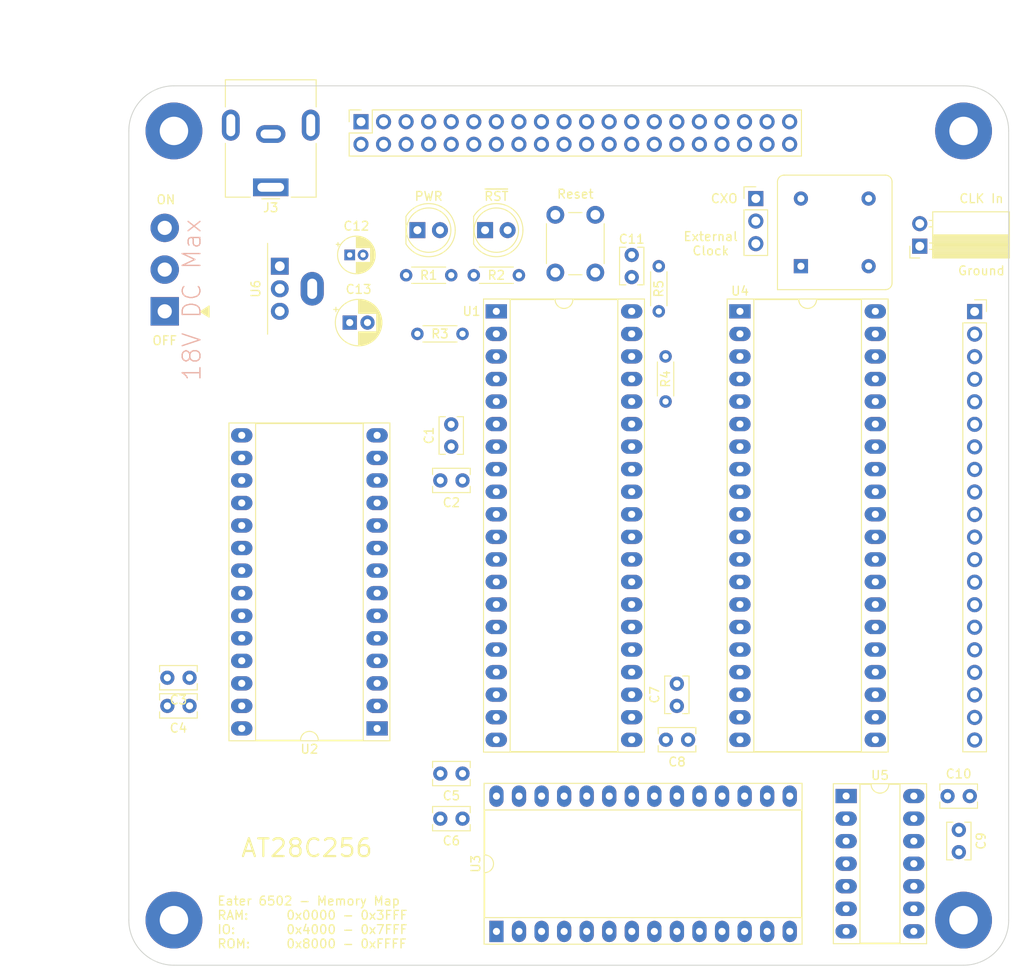
<source format=kicad_pcb>
(kicad_pcb (version 20211014) (generator pcbnew)
  (layers (0 "F.Cu" mixed) (31 "B.Cu" mixed) (34 "B.Paste" user) (35 "F.Paste" user) (36 "B.SilkS" user "B.Silkscreen") (37 "F.SilkS" user "F.Silkscreen") (38 "B.Mask" user) (39 "F.Mask" user) (44 "Edge.Cuts" user))
  (net 0 "")
  (net 1 "VCC")
  (net 2 "GND")
  (net 3 "/~{RST}")
  (net 4 "VDC")
  (net 5 "Net-(D1-Pad1)")
  (net 6 "Net-(D2-Pad1)")
  (net 7 "Net-(D2-Pad2)")
  (net 8 "/PA5")
  (net 9 "/PA6")
  (net 10 "/PA7")
  (net 11 "/PB0")
  (net 12 "/PB1")
  (net 13 "/PB2")
  (net 14 "/PB3")
  (net 15 "/PB4")
  (net 16 "/PB5")
  (net 17 "/PB6")
  (net 18 "/PB7")
  (net 19 "/EXT_CLK")
  (net 20 "/~{VP}")
  (net 21 "/~{RES}")
  (net 22 "/RDY")
  (net 23 "/CLK2")
  (net 24 "/~{CLK}")
  (net 25 "/~{SO}")
  (net 26 "/~{IRQ}")
  (net 27 "/CLK")
  (net 28 "/~{ML}")
  (net 29 "/BE")
  (net 30 "/~{NMI}")
  (net 31 "/NC")
  (net 32 "/SYNC")
  (net 33 "/R{slash}~{W}")
  (net 34 "/D0")
  (net 35 "/A0")
  (net 36 "/D1")
  (net 37 "/A1")
  (net 38 "/D2")
  (net 39 "/A2")
  (net 40 "/D3")
  (net 41 "/A3")
  (net 42 "/D4")
  (net 43 "/A4")
  (net 44 "/D5")
  (net 45 "/A5")
  (net 46 "/D6")
  (net 47 "/A6")
  (net 48 "/D7")
  (net 49 "/A7")
  (net 50 "/A15")
  (net 51 "/A8")
  (net 52 "/A14")
  (net 53 "/A9")
  (net 54 "/A13")
  (net 55 "/A10")
  (net 56 "/A12")
  (net 57 "/A11")
  (net 58 "Net-(J3-Pad1)")
  (net 59 "/PA0")
  (net 60 "/PA1")
  (net 61 "/PA2")
  (net 62 "/PA3")
  (net 63 "/PA4")
  (net 64 "/CXO")
  (net 67 "/ADDR_~{HI}")
  (net 68 "/RAM_~{EN}")
  (net 69 "/VIA_~{CS2}")
  (net 72 "/CA1")
  (net 73 "/CA2")
  (net 74 "/CB1")
  (net 75 "/CB2")
  (footprint "Capacitor_THT:C_Rect_L4.0mm_W2.5mm_P2.50mm" (layer "F.Cu") (at 173.99 104.14 180)
    (fp_text reference "C5" (at 1.25 -2.5 180) (layer "F.SilkS"))
    (fp_text value "1u")
    (pad "1" thru_hole circle (at 0 0 180) (size 1.6 1.6) (drill 0.8) (layers *.Cu *.Mask) (net 1 "VCC"))
    (pad "2" thru_hole circle (at 2.5 0 180) (size 1.6 1.6) (drill 0.8) (layers *.Cu *.Mask) (net 2 "GND"))
  )
  (footprint "Connector_PinHeader_2.54mm:PinHeader_1x03_P2.54mm_Vertical" (layer "F.Cu") (at 207.01 39.37)
    (fp_text reference "JP1" hide)
    (fp_text value "JMP_CLK")
    (pad "1" thru_hole rect (at 0 0) (size 1.7 1.7) (drill 1) (layers *.Cu *.Mask) (net 64 "/CXO"))
    (pad "2" thru_hole oval (at 0 2.54) (size 1.7 1.7) (drill 1) (layers *.Cu *.Mask) (net 27 "/CLK"))
    (pad "3" thru_hole oval (at 0 5.08) (size 1.7 1.7) (drill 1) (layers *.Cu *.Mask) (net 19 "/EXT_CLK"))
  )
  (footprint "MountingHole:MountingHole_3.2mm_M3_Pad" (layer "F.Cu") (at 141.5 31.75)
    (fp_text reference "H1" hide)
    (fp_text value "M3")
    (pad "1" thru_hole circle locked (at 0 0) (size 6.4 6.4) (drill 3.2) (layers *.Cu *.Mask) (net 2 "GND"))
  )
  (footprint "Package_DIP:DIP-40_W15.24mm_Socket_LongPads" (layer "F.Cu") (at 205.227 52.075)
    (fp_text reference "U4" (at 0.005 -2.291) (layer "F.SilkS"))
    (fp_text value "W65C22NxP")
    (pad "1" thru_hole rect (at 0 0) (size 2.4 1.6) (drill 0.8) (layers *.Cu *.Mask) (net 2 "GND"))
    (pad "2" thru_hole oval (at 0 2.54) (size 2.4 1.6) (drill 0.8) (layers *.Cu *.Mask) (net 59 "/PA0"))
    (pad "3" thru_hole oval (at 0 5.08) (size 2.4 1.6) (drill 0.8) (layers *.Cu *.Mask) (net 60 "/PA1"))
    (pad "4" thru_hole oval (at 0 7.62) (size 2.4 1.6) (drill 0.8) (layers *.Cu *.Mask) (net 61 "/PA2"))
    (pad "5" thru_hole oval (at 0 10.16) (size 2.4 1.6) (drill 0.8) (layers *.Cu *.Mask) (net 62 "/PA3"))
    (pad "6" thru_hole oval (at 0 12.7) (size 2.4 1.6) (drill 0.8) (layers *.Cu *.Mask) (net 63 "/PA4"))
    (pad "7" thru_hole oval (at 0 15.24) (size 2.4 1.6) (drill 0.8) (layers *.Cu *.Mask) (net 8 "/PA5"))
    (pad "8" thru_hole oval (at 0 17.78) (size 2.4 1.6) (drill 0.8) (layers *.Cu *.Mask) (net 9 "/PA6"))
    (pad "9" thru_hole oval (at 0 20.32) (size 2.4 1.6) (drill 0.8) (layers *.Cu *.Mask) (net 10 "/PA7"))
    (pad "10" thru_hole oval (at 0 22.86) (size 2.4 1.6) (drill 0.8) (layers *.Cu *.Mask) (net 11 "/PB0"))
    (pad "11" thru_hole oval (at 0 25.4) (size 2.4 1.6) (drill 0.8) (layers *.Cu *.Mask) (net 12 "/PB1"))
    (pad "12" thru_hole oval (at 0 27.94) (size 2.4 1.6) (drill 0.8) (layers *.Cu *.Mask) (net 13 "/PB2"))
    (pad "13" thru_hole oval (at 0 30.48) (size 2.4 1.6) (drill 0.8) (layers *.Cu *.Mask) (net 14 "/PB3"))
    (pad "14" thru_hole oval (at 0 33.02) (size 2.4 1.6) (drill 0.8) (layers *.Cu *.Mask) (net 15 "/PB4"))
    (pad "15" thru_hole oval (at 0 35.56) (size 2.4 1.6) (drill 0.8) (layers *.Cu *.Mask) (net 16 "/PB5"))
    (pad "16" thru_hole oval (at 0 38.1) (size 2.4 1.6) (drill 0.8) (layers *.Cu *.Mask) (net 17 "/PB6"))
    (pad "17" thru_hole oval (at 0 40.64) (size 2.4 1.6) (drill 0.8) (layers *.Cu *.Mask) (net 18 "/PB7"))
    (pad "18" thru_hole oval (at 0 43.18) (size 2.4 1.6) (drill 0.8) (layers *.Cu *.Mask) (net 74 "/CB1"))
    (pad "19" thru_hole oval (at 0 45.72) (size 2.4 1.6) (drill 0.8) (layers *.Cu *.Mask) (net 75 "/CB2"))
    (pad "20" thru_hole oval (at 0 48.26) (size 2.4 1.6) (drill 0.8) (layers *.Cu *.Mask) (net 1 "VCC"))
    (pad "21" thru_hole oval (at 15.24 48.26) (size 2.4 1.6) (drill 0.8) (layers *.Cu *.Mask) (net 26 "/~{IRQ}"))
    (pad "22" thru_hole oval (at 15.24 45.72) (size 2.4 1.6) (drill 0.8) (layers *.Cu *.Mask) (net 33 "/R{slash}~{W}"))
    (pad "23" thru_hole oval (at 15.24 43.18) (size 2.4 1.6) (drill 0.8) (layers *.Cu *.Mask) (net 69 "/VIA_~{CS2}"))
    (pad "24" thru_hole oval (at 15.24 40.64) (size 2.4 1.6) (drill 0.8) (layers *.Cu *.Mask) (net 54 "/A13"))
    (pad "25" thru_hole oval (at 15.24 38.1) (size 2.4 1.6) (drill 0.8) (layers *.Cu *.Mask) (net 27 "/CLK"))
    (pad "26" thru_hole oval (at 15.24 35.56) (size 2.4 1.6) (drill 0.8) (layers *.Cu *.Mask) (net 48 "/D7"))
    (pad "27" thru_hole oval (at 15.24 33.02) (size 2.4 1.6) (drill 0.8) (layers *.Cu *.Mask) (net 46 "/D6"))
    (pad "28" thru_hole oval (at 15.24 30.48) (size 2.4 1.6) (drill 0.8) (layers *.Cu *.Mask) (net 44 "/D5"))
    (pad "29" thru_hole oval (at 15.24 27.94) (size 2.4 1.6) (drill 0.8) (layers *.Cu *.Mask) (net 42 "/D4"))
    (pad "30" thru_hole oval (at 15.24 25.4) (size 2.4 1.6) (drill 0.8) (layers *.Cu *.Mask) (net 40 "/D3"))
    (pad "31" thru_hole oval (at 15.24 22.86) (size 2.4 1.6) (drill 0.8) (layers *.Cu *.Mask) (net 38 "/D2"))
    (pad "32" thru_hole oval (at 15.24 20.32) (size 2.4 1.6) (drill 0.8) (layers *.Cu *.Mask) (net 36 "/D1"))
    (pad "33" thru_hole oval (at 15.24 17.78) (size 2.4 1.6) (drill 0.8) (layers *.Cu *.Mask) (net 34 "/D0"))
    (pad "34" thru_hole oval (at 15.24 15.24) (size 2.4 1.6) (drill 0.8) (layers *.Cu *.Mask) (net 21 "/~{RES}"))
    (pad "35" thru_hole oval (at 15.24 12.7) (size 2.4 1.6) (drill 0.8) (layers *.Cu *.Mask) (net 41 "/A3"))
    (pad "36" thru_hole oval (at 15.24 10.16) (size 2.4 1.6) (drill 0.8) (layers *.Cu *.Mask) (net 39 "/A2"))
    (pad "37" thru_hole oval (at 15.24 7.62) (size 2.4 1.6) (drill 0.8) (layers *.Cu *.Mask) (net 37 "/A1"))
    (pad "38" thru_hole oval (at 15.24 5.08) (size 2.4 1.6) (drill 0.8) (layers *.Cu *.Mask) (net 35 "/A0"))
    (pad "39" thru_hole oval (at 15.24 2.54) (size 2.4 1.6) (drill 0.8) (layers *.Cu *.Mask) (net 73 "/CA2"))
    (pad "40" thru_hole oval (at 15.24 0) (size 2.4 1.6) (drill 0.8) (layers *.Cu *.Mask) (net 72 "/CA1"))
  )
  (footprint "Capacitor_THT:C_Rect_L4.0mm_W2.5mm_P2.50mm" (layer "F.Cu") (at 143.256 96.52 180)
    (fp_text reference "C4" (at 1.25 -2.5) (layer "F.SilkS"))
    (fp_text value "100n")
    (pad "1" thru_hole circle (at 0 0 180) (size 1.6 1.6) (drill 0.8) (layers *.Cu *.Mask) (net 1 "VCC"))
    (pad "2" thru_hole circle (at 2.5 0 180) (size 1.6 1.6) (drill 0.8) (layers *.Cu *.Mask) (net 2 "GND"))
  )
  (footprint "Capacitor_THT:CP_Radial_D4.0mm_P1.50mm" (layer "F.Cu") (at 161.29 45.72)
    (fp_text reference "C12" (at 0.75 -3.25) (layer "F.SilkS"))
    (fp_text value "0u33")
    (pad "1" thru_hole rect (at 0 0) (size 1.2 1.2) (drill 0.6) (layers *.Cu *.Mask) (net 4 "VDC"))
    (pad "2" thru_hole circle (at 1.5 0) (size 1.2 1.2) (drill 0.6) (layers *.Cu *.Mask) (net 2 "GND"))
  )
  (footprint "Resistor_THT:R_Axial_DIN0204_L3.6mm_D1.6mm_P5.08mm_Horizontal" (layer "F.Cu") (at 167.64 48.006)
    (fp_text reference "R1" (at 2.54 0) (layer "F.SilkS"))
    (fp_text value "470")
    (pad "1" thru_hole circle (at 0 0) (size 1.4 1.4) (drill 0.7) (layers *.Cu *.Mask) (net 5 "Net-(D1-Pad1)"))
    (pad "2" thru_hole oval (at 5.08 0) (size 1.4 1.4) (drill 0.7) (layers *.Cu *.Mask) (net 2 "GND"))
  )
  (footprint "Capacitor_THT:C_Rect_L4.0mm_W2.5mm_P2.50mm" (layer "F.Cu") (at 198.12 96.52 90)
    (fp_text reference "C7" (at 1.25 -2.5 90) (layer "F.SilkS"))
    (fp_text value "1u")
    (pad "1" thru_hole circle (at 0 0 90) (size 1.6 1.6) (drill 0.8) (layers *.Cu *.Mask) (net 1 "VCC"))
    (pad "2" thru_hole circle (at 2.5 0 90) (size 1.6 1.6) (drill 0.8) (layers *.Cu *.Mask) (net 2 "GND"))
  )
  (footprint "Package_TO_SOT_THT:TO-220-3_Vertical" (layer "F.Cu") (at 153.416 46.99 -90)
    (fp_text reference "U6" (at 2.54 2.699 90) (layer "F.SilkS"))
    (fp_text value "MC7805")
    (pad "1" thru_hole rect (at 0 0 270) (size 1.905 2) (drill 1.1) (layers *.Cu *.Mask) (net 4 "VDC"))
    (pad "2" thru_hole oval (at 2.54 0 270) (size 1.905 2) (drill 1.1) (layers *.Cu *.Mask) (net 2 "GND"))
    (pad "3" thru_hole oval (at 5.08 0 270) (size 1.905 2) (drill 1.1) (layers *.Cu *.Mask) (net 1 "VCC"))
  )
  (footprint "Package_DIP:DIP-40_W15.24mm_Socket_LongPads" (layer "F.Cu") (at 177.795 52.075)
    (fp_text reference "U1" (at -2.789 -0.005) (layer "F.SilkS"))
    (fp_text value "W65C02SxP")
    (pad "1" thru_hole rect (at 0 0) (size 2.4 1.6) (drill 0.8) (layers *.Cu *.Mask) (net 20 "/~{VP}"))
    (pad "2" thru_hole oval (at 0 2.54) (size 2.4 1.6) (drill 0.8) (layers *.Cu *.Mask) (net 22 "/RDY"))
    (pad "3" thru_hole oval (at 0 5.08) (size 2.4 1.6) (drill 0.8) (layers *.Cu *.Mask) (net 24 "/~{CLK}"))
    (pad "4" thru_hole oval (at 0 7.62) (size 2.4 1.6) (drill 0.8) (layers *.Cu *.Mask) (net 26 "/~{IRQ}"))
    (pad "5" thru_hole oval (at 0 10.16) (size 2.4 1.6) (drill 0.8) (layers *.Cu *.Mask) (net 28 "/~{ML}"))
    (pad "6" thru_hole oval (at 0 12.7) (size 2.4 1.6) (drill 0.8) (layers *.Cu *.Mask) (net 30 "/~{NMI}"))
    (pad "7" thru_hole oval (at 0 15.24) (size 2.4 1.6) (drill 0.8) (layers *.Cu *.Mask) (net 32 "/SYNC"))
    (pad "8" thru_hole oval (at 0 17.78) (size 2.4 1.6) (drill 0.8) (layers *.Cu *.Mask) (net 1 "VCC"))
    (pad "9" thru_hole oval (at 0 20.32) (size 2.4 1.6) (drill 0.8) (layers *.Cu *.Mask) (net 35 "/A0"))
    (pad "10" thru_hole oval (at 0 22.86) (size 2.4 1.6) (drill 0.8) (layers *.Cu *.Mask) (net 37 "/A1"))
    (pad "11" thru_hole oval (at 0 25.4) (size 2.4 1.6) (drill 0.8) (layers *.Cu *.Mask) (net 39 "/A2"))
    (pad "12" thru_hole oval (at 0 27.94) (size 2.4 1.6) (drill 0.8) (layers *.Cu *.Mask) (net 41 "/A3"))
    (pad "13" thru_hole oval (at 0 30.48) (size 2.4 1.6) (drill 0.8) (layers *.Cu *.Mask) (net 43 "/A4"))
    (pad "14" thru_hole oval (at 0 33.02) (size 2.4 1.6) (drill 0.8) (layers *.Cu *.Mask) (net 45 "/A5"))
    (pad "15" thru_hole oval (at 0 35.56) (size 2.4 1.6) (drill 0.8) (layers *.Cu *.Mask) (net 47 "/A6"))
    (pad "16" thru_hole oval (at 0 38.1) (size 2.4 1.6) (drill 0.8) (layers *.Cu *.Mask) (net 49 "/A7"))
    (pad "17" thru_hole oval (at 0 40.64) (size 2.4 1.6) (drill 0.8) (layers *.Cu *.Mask) (net 51 "/A8"))
    (pad "18" thru_hole oval (at 0 43.18) (size 2.4 1.6) (drill 0.8) (layers *.Cu *.Mask) (net 53 "/A9"))
    (pad "19" thru_hole oval (at 0 45.72) (size 2.4 1.6) (drill 0.8) (layers *.Cu *.Mask) (net 55 "/A10"))
    (pad "20" thru_hole oval (at 0 48.26) (size 2.4 1.6) (drill 0.8) (layers *.Cu *.Mask) (net 57 "/A11"))
    (pad "21" thru_hole oval (at 15.24 48.26) (size 2.4 1.6) (drill 0.8) (layers *.Cu *.Mask) (net 2 "GND"))
    (pad "22" thru_hole oval (at 15.24 45.72) (size 2.4 1.6) (drill 0.8) (layers *.Cu *.Mask) (net 56 "/A12"))
    (pad "23" thru_hole oval (at 15.24 43.18) (size 2.4 1.6) (drill 0.8) (layers *.Cu *.Mask) (net 54 "/A13"))
    (pad "24" thru_hole oval (at 15.24 40.64) (size 2.4 1.6) (drill 0.8) (layers *.Cu *.Mask) (net 52 "/A14"))
    (pad "25" thru_hole oval (at 15.24 38.1) (size 2.4 1.6) (drill 0.8) (layers *.Cu *.Mask) (net 50 "/A15"))
    (pad "26" thru_hole oval (at 15.24 35.56) (size 2.4 1.6) (drill 0.8) (layers *.Cu *.Mask) (net 48 "/D7"))
    (pad "27" thru_hole oval (at 15.24 33.02) (size 2.4 1.6) (drill 0.8) (layers *.Cu *.Mask) (net 46 "/D6"))
    (pad "28" thru_hole oval (at 15.24 30.48) (size 2.4 1.6) (drill 0.8) (layers *.Cu *.Mask) (net 44 "/D5"))
    (pad "29" thru_hole oval (at 15.24 27.94) (size 2.4 1.6) (drill 0.8) (layers *.Cu *.Mask) (net 42 "/D4"))
    (pad "30" thru_hole oval (at 15.24 25.4) (size 2.4 1.6) (drill 0.8) (layers *.Cu *.Mask) (net 40 "/D3"))
    (pad "31" thru_hole oval (at 15.24 22.86) (size 2.4 1.6) (drill 0.8) (layers *.Cu *.Mask) (net 38 "/D2"))
    (pad "32" thru_hole oval (at 15.24 20.32) (size 2.4 1.6) (drill 0.8) (layers *.Cu *.Mask) (net 36 "/D1"))
    (pad "33" thru_hole oval (at 15.24 17.78) (size 2.4 1.6) (drill 0.8) (layers *.Cu *.Mask) (net 34 "/D0"))
    (pad "34" thru_hole oval (at 15.24 15.24) (size 2.4 1.6) (drill 0.8) (layers *.Cu *.Mask) (net 33 "/R{slash}~{W}"))
    (pad "35" thru_hole oval (at 15.24 12.7) (size 2.4 1.6) (drill 0.8) (layers *.Cu *.Mask))
    (pad "36" thru_hole oval (at 15.24 10.16) (size 2.4 1.6) (drill 0.8) (layers *.Cu *.Mask) (net 29 "/BE"))
    (pad "37" thru_hole oval (at 15.24 7.62) (size 2.4 1.6) (drill 0.8) (layers *.Cu *.Mask) (net 27 "/CLK"))
    (pad "38" thru_hole oval (at 15.24 5.08) (size 2.4 1.6) (drill 0.8) (layers *.Cu *.Mask) (net 25 "/~{SO}"))
    (pad "39" thru_hole oval (at 15.24 2.54) (size 2.4 1.6) (drill 0.8) (layers *.Cu *.Mask) (net 23 "/CLK2"))
    (pad "40" thru_hole oval (at 15.24 0) (size 2.4 1.6) (drill 0.8) (layers *.Cu *.Mask) (net 21 "/~{RES}"))
  )
  (footprint "LED_THT:LED_D5.0mm" (layer "F.Cu") (at 176.53 42.926)
    (fp_text reference "D2" hide)
    (fp_text value "LED_RST")
    (pad "1" thru_hole rect (at 0 0) (size 1.8 1.8) (drill 0.9) (layers *.Cu *.Mask) (net 6 "Net-(D2-Pad1)"))
    (pad "2" thru_hole circle (at 2.54 0) (size 1.8 1.8) (drill 0.9) (layers *.Cu *.Mask) (net 7 "Net-(D2-Pad2)"))
  )
  (footprint "MountingHole:MountingHole_3.2mm_M3_Pad" (layer "F.Cu") (at 141.5 120.65)
    (fp_text reference "H4" hide)
    (fp_text value "M3")
    (pad "1" thru_hole circle locked (at 0 0) (size 6.4 6.4) (drill 3.2) (layers *.Cu *.Mask) (net 2 "GND"))
  )
  (footprint "Resistor_THT:R_Axial_DIN0204_L3.6mm_D1.6mm_P5.08mm_Horizontal" (layer "F.Cu") (at 196.088 46.99 -90)
    (fp_text reference "R5" (at 2.54 0 90) (layer "F.SilkS"))
    (fp_text value "1k")
    (pad "1" thru_hole circle (at 0 0 270) (size 1.4 1.4) (drill 0.7) (layers *.Cu *.Mask) (net 1 "VCC"))
    (pad "2" thru_hole oval (at 5.08 0 270) (size 1.4 1.4) (drill 0.7) (layers *.Cu *.Mask) (net 3 "/~{RST}"))
  )
  (footprint "Button_Switch_THT:SW_PUSH_6mm" (layer "F.Cu") (at 184.44 47.7 90)
    (fp_text reference "SW1" hide)
    (fp_text value "SW_RESET")
    (pad "1" thru_hole circle (at 6.5 0 180) (size 2 2) (drill 1.1) (layers *.Cu *.Mask) (net 2 "GND"))
    (pad "1" thru_hole circle (at 0 0 180) (size 2 2) (drill 1.1) (layers *.Cu *.Mask) (net 2 "GND"))
    (pad "2" thru_hole circle (at 6.5 4.5 180) (size 2 2) (drill 1.1) (layers *.Cu *.Mask) (net 3 "/~{RST}"))
    (pad "2" thru_hole circle (at 0 4.5 180) (size 2 2) (drill 1.1) (layers *.Cu *.Mask) (net 3 "/~{RST}"))
  )
  (footprint "Capacitor_THT:C_Rect_L4.0mm_W2.5mm_P2.50mm" (layer "F.Cu") (at 173.99 109.22 180)
    (fp_text reference "C6" (at 1.25 -2.5) (layer "F.SilkS"))
    (fp_text value "100n")
    (pad "1" thru_hole circle (at 0 0 180) (size 1.6 1.6) (drill 0.8) (layers *.Cu *.Mask) (net 1 "VCC"))
    (pad "2" thru_hole circle (at 2.5 0 180) (size 1.6 1.6) (drill 0.8) (layers *.Cu *.Mask) (net 2 "GND"))
  )
  (footprint "Capacitor_THT:C_Rect_L4.0mm_W2.5mm_P2.50mm" (layer "F.Cu") (at 193.04 45.72 -90)
    (fp_text reference "C11" (at -1.778 0 180) (layer "F.SilkS"))
    (fp_text value "100n")
    (pad "1" thru_hole circle (at 0 0 270) (size 1.6 1.6) (drill 0.8) (layers *.Cu *.Mask) (net 2 "GND"))
    (pad "2" thru_hole circle (at 2.5 0 270) (size 1.6 1.6) (drill 0.8) (layers *.Cu *.Mask) (net 3 "/~{RST}"))
  )
  (footprint "Capacitor_THT:C_Rect_L4.0mm_W2.5mm_P2.50mm" (layer "F.Cu") (at 172.72 67.31 90)
    (fp_text reference "C1" (at 1.25 -2.5 90) (layer "F.SilkS"))
    (fp_text value "1u")
    (pad "1" thru_hole circle (at 0 0 90) (size 1.6 1.6) (drill 0.8) (layers *.Cu *.Mask) (net 1 "VCC"))
    (pad "2" thru_hole circle (at 2.5 0 90) (size 1.6 1.6) (drill 0.8) (layers *.Cu *.Mask) (net 2 "GND"))
  )
  (footprint "Capacitor_THT:CP_Radial_D5.0mm_P2.00mm" (layer "F.Cu") (at 161.29 53.34)
    (fp_text reference "C13" (at 1 -3.75) (layer "F.SilkS"))
    (fp_text value "10u")
    (pad "1" thru_hole rect (at 0 0) (size 1.6 1.6) (drill 0.8) (layers *.Cu *.Mask) (net 1 "VCC"))
    (pad "2" thru_hole circle (at 2 0) (size 1.6 1.6) (drill 0.8) (layers *.Cu *.Mask) (net 2 "GND"))
  )
  (footprint "Capacitor_THT:C_Rect_L4.0mm_W2.5mm_P2.50mm" (layer "F.Cu") (at 143.256 93.345 180)
    (fp_text reference "C3" (at 1.25 -2.5) (layer "F.SilkS"))
    (fp_text value "1u")
    (pad "1" thru_hole circle (at 0 0 180) (size 1.6 1.6) (drill 0.8) (layers *.Cu *.Mask) (net 1 "VCC"))
    (pad "2" thru_hole circle (at 2.5 0 180) (size 1.6 1.6) (drill 0.8) (layers *.Cu *.Mask) (net 2 "GND"))
  )
  (footprint "Capacitor_THT:C_Rect_L4.0mm_W2.5mm_P2.50mm" (layer "F.Cu") (at 199.39 100.33 180)
    (fp_text reference "C8" (at 1.25 -2.5) (layer "F.SilkS"))
    (fp_text value "100n")
    (pad "1" thru_hole circle (at 0 0 180) (size 1.6 1.6) (drill 0.8) (layers *.Cu *.Mask) (net 1 "VCC"))
    (pad "2" thru_hole circle (at 2.5 0 180) (size 1.6 1.6) (drill 0.8) (layers *.Cu *.Mask) (net 2 "GND"))
  )
  (footprint "Capacitor_THT:C_Rect_L4.0mm_W2.5mm_P2.50mm" (layer "F.Cu") (at 229.87 110.49 -90)
    (fp_text reference "C9" (at 1.25 -2.5 -90) (layer "F.SilkS"))
    (fp_text value "1u")
    (pad "1" thru_hole circle (at 0 0 270) (size 1.6 1.6) (drill 0.8) (layers *.Cu *.Mask) (net 1 "VCC"))
    (pad "2" thru_hole circle (at 2.5 0 270) (size 1.6 1.6) (drill 0.8) (layers *.Cu *.Mask) (net 2 "GND"))
  )
  (footprint "MountingHole:MountingHole_3.2mm_M3_Pad" (layer "F.Cu") (at 230.4 31.75)
    (fp_text reference "H2" hide)
    (fp_text value "M3")
    (pad "1" thru_hole circle locked (at 0 0) (size 6.4 6.4) (drill 3.2) (layers *.Cu *.Mask) (net 2 "GND"))
  )
  (footprint "Connector_BarrelJack:BarrelJack_CUI_PJ-063AH_Horizontal" (layer "F.Cu") (at 152.4 38.1 180)
    (fp_text reference "J3" (at 0 -2.3) (layer "F.SilkS"))
    (fp_text value "Jack-DC")
    (pad "" np_thru_hole circle (at 0 9 180) (size 1.6 1.6) (drill 1.6) (layers *.Cu *.Mask))
    (pad "1" thru_hole rect (at 0 0 180) (size 4 2) (drill oval 3 1) (layers *.Cu *.Mask) (net 58 "Net-(J3-Pad1)"))
    (pad "2" thru_hole oval (at 0 6 180) (size 3.3 2) (drill oval 2.3 1) (layers *.Cu *.Mask) (net 2 "GND"))
    (pad "MP" thru_hole oval (at -4.5 7 180) (size 2 3.5) (drill oval 1 2.5) (layers *.Cu *.Mask))
    (pad "MP" thru_hole oval (at 4.5 7 180) (size 2 3.5) (drill oval 1 2.5) (layers *.Cu *.Mask))
  )
  (footprint "LED_THT:LED_D5.0mm" (layer "F.Cu") (at 168.91 42.926)
    (fp_text reference "D1" hide)
    (fp_text value "LED_PWR")
    (pad "1" thru_hole rect (at 0 0) (size 1.8 1.8) (drill 0.9) (layers *.Cu *.Mask) (net 5 "Net-(D1-Pad1)"))
    (pad "2" thru_hole circle (at 2.54 0) (size 1.8 1.8) (drill 0.9) (layers *.Cu *.Mask) (net 1 "VCC"))
  )
  (footprint "Resistor_THT:R_Axial_DIN0204_L3.6mm_D1.6mm_P5.08mm_Horizontal" (layer "F.Cu") (at 175.26 48.006)
    (fp_text reference "R2" (at 2.54 0) (layer "F.SilkS"))
    (fp_text value "470")
    (pad "1" thru_hole circle (at 0 0) (size 1.4 1.4) (drill 0.7) (layers *.Cu *.Mask) (net 6 "Net-(D2-Pad1)"))
    (pad "2" thru_hole oval (at 5.08 0) (size 1.4 1.4) (drill 0.7) (layers *.Cu *.Mask) (net 2 "GND"))
  )
  (footprint "Oscillator:Oscillator_DIP-8" (layer "F.Cu") (at 212.09 46.99)
    (fp_text reference "X1" hide)
    (fp_text value "14 MHz")
    (pad "1" thru_hole rect (at 0 0) (size 1.6 1.6) (drill 0.8) (layers *.Cu *.Mask))
    (pad "4" thru_hole circle (at 7.62 0) (size 1.6 1.6) (drill 0.8) (layers *.Cu *.Mask) (net 2 "GND"))
    (pad "5" thru_hole circle (at 7.62 -7.62) (size 1.6 1.6) (drill 0.8) (layers *.Cu *.Mask) (net 64 "/CXO"))
    (pad "8" thru_hole circle (at 0 -7.62) (size 1.6 1.6) (drill 0.8) (layers *.Cu *.Mask) (net 1 "VCC"))
  )
  (footprint "Connector_PinSocket_2.54mm:PinSocket_2x20_P2.54mm_Vertical" (layer "F.Cu") (at 162.56 30.714 90)
    (fp_text reference "J2" hide)
    (fp_text value "HDR_CPU_BUS")
    (pad "1" thru_hole rect (at 0 0 90) (size 1.7 1.7) (drill 1) (layers *.Cu *.Mask) (net 20 "/~{VP}"))
    (pad "2" thru_hole oval (at -2.54 0 90) (size 1.7 1.7) (drill 1) (layers *.Cu *.Mask) (net 21 "/~{RES}"))
    (pad "3" thru_hole oval (at 0 2.54 90) (size 1.7 1.7) (drill 1) (layers *.Cu *.Mask) (net 22 "/RDY"))
    (pad "4" thru_hole oval (at -2.54 2.54 90) (size 1.7 1.7) (drill 1) (layers *.Cu *.Mask) (net 23 "/CLK2"))
    (pad "5" thru_hole oval (at 0 5.08 90) (size 1.7 1.7) (drill 1) (layers *.Cu *.Mask) (net 24 "/~{CLK}"))
    (pad "6" thru_hole oval (at -2.54 5.08 90) (size 1.7 1.7) (drill 1) (layers *.Cu *.Mask) (net 25 "/~{SO}"))
    (pad "7" thru_hole oval (at 0 7.62 90) (size 1.7 1.7) (drill 1) (layers *.Cu *.Mask) (net 26 "/~{IRQ}"))
    (pad "8" thru_hole oval (at -2.54 7.62 90) (size 1.7 1.7) (drill 1) (layers *.Cu *.Mask) (net 27 "/CLK"))
    (pad "9" thru_hole oval (at 0 10.16 90) (size 1.7 1.7) (drill 1) (layers *.Cu *.Mask) (net 28 "/~{ML}"))
    (pad "10" thru_hole oval (at -2.54 10.16 90) (size 1.7 1.7) (drill 1) (layers *.Cu *.Mask) (net 29 "/BE"))
    (pad "11" thru_hole oval (at 0 12.7 90) (size 1.7 1.7) (drill 1) (layers *.Cu *.Mask) (net 30 "/~{NMI}"))
    (pad "12" thru_hole oval (at -2.54 12.7 90) (size 1.7 1.7) (drill 1) (layers *.Cu *.Mask) (net 31 "/NC"))
    (pad "13" thru_hole oval (at 0 15.24 90) (size 1.7 1.7) (drill 1) (layers *.Cu *.Mask) (net 32 "/SYNC"))
    (pad "14" thru_hole oval (at -2.54 15.24 90) (size 1.7 1.7) (drill 1) (layers *.Cu *.Mask) (net 33 "/R{slash}~{W}"))
    (pad "15" thru_hole oval (at 0 17.78 90) (size 1.7 1.7) (drill 1) (layers *.Cu *.Mask) (net 1 "VCC"))
    (pad "16" thru_hole oval (at -2.54 17.78 90) (size 1.7 1.7) (drill 1) (layers *.Cu *.Mask) (net 34 "/D0"))
    (pad "17" thru_hole oval (at 0 20.32 90) (size 1.7 1.7) (drill 1) (layers *.Cu *.Mask) (net 35 "/A0"))
    (pad "18" thru_hole oval (at -2.54 20.32 90) (size 1.7 1.7) (drill 1) (layers *.Cu *.Mask) (net 36 "/D1"))
    (pad "19" thru_hole oval (at 0 22.86 90) (size 1.7 1.7) (drill 1) (layers *.Cu *.Mask) (net 37 "/A1"))
    (pad "20" thru_hole oval (at -2.54 22.86 90) (size 1.7 1.7) (drill 1) (layers *.Cu *.Mask) (net 38 "/D2"))
    (pad "21" thru_hole oval (at 0 25.4 90) (size 1.7 1.7) (drill 1) (layers *.Cu *.Mask) (net 39 "/A2"))
    (pad "22" thru_hole oval (at -2.54 25.4 90) (size 1.7 1.7) (drill 1) (layers *.Cu *.Mask) (net 40 "/D3"))
    (pad "23" thru_hole oval (at 0 27.94 90) (size 1.7 1.7) (drill 1) (layers *.Cu *.Mask) (net 41 "/A3"))
    (pad "24" thru_hole oval (at -2.54 27.94 90) (size 1.7 1.7) (drill 1) (layers *.Cu *.Mask) (net 42 "/D4"))
    (pad "25" thru_hole oval (at 0 30.48 90) (size 1.7 1.7) (drill 1) (layers *.Cu *.Mask) (net 43 "/A4"))
    (pad "26" thru_hole oval (at -2.54 30.48 90) (size 1.7 1.7) (drill 1) (layers *.Cu *.Mask) (net 44 "/D5"))
    (pad "27" thru_hole oval (at 0 33.02 90) (size 1.7 1.7) (drill 1) (layers *.Cu *.Mask) (net 45 "/A5"))
    (pad "28" thru_hole oval (at -2.54 33.02 90) (size 1.7 1.7) (drill 1) (layers *.Cu *.Mask) (net 46 "/D6"))
    (pad "29" thru_hole oval (at 0 35.56 90) (size 1.7 1.7) (drill 1) (layers *.Cu *.Mask) (net 47 "/A6"))
    (pad "30" thru_hole oval (at -2.54 35.56 90) (size 1.7 1.7) (drill 1) (layers *.Cu *.Mask) (net 48 "/D7"))
    (pad "31" thru_hole oval (at 0 38.1 90) (size 1.7 1.7) (drill 1) (layers *.Cu *.Mask) (net 49 "/A7"))
    (pad "32" thru_hole oval (at -2.54 38.1 90) (size 1.7 1.7) (drill 1) (layers *.Cu *.Mask) (net 50 "/A15"))
    (pad "33" thru_hole oval (at 0 40.64 90) (size 1.7 1.7) (drill 1) (layers *.Cu *.Mask) (net 51 "/A8"))
    (pad "34" thru_hole oval (at -2.54 40.64 90) (size 1.7 1.7) (drill 1) (layers *.Cu *.Mask) (net 52 "/A14"))
    (pad "35" thru_hole oval (at 0 43.18 90) (size 1.7 1.7) (drill 1) (layers *.Cu *.Mask) (net 53 "/A9"))
    (pad "36" thru_hole oval (at -2.54 43.18 90) (size 1.7 1.7) (drill 1) (layers *.Cu *.Mask) (net 54 "/A13"))
    (pad "37" thru_hole oval (at 0 45.72 90) (size 1.7 1.7) (drill 1) (layers *.Cu *.Mask) (net 55 "/A10"))
    (pad "38" thru_hole oval (at -2.54 45.72 90) (size 1.7 1.7) (drill 1) (layers *.Cu *.Mask) (net 56 "/A12"))
    (pad "39" thru_hole oval (at 0 48.26 90) (size 1.7 1.7) (drill 1) (layers *.Cu *.Mask) (net 57 "/A11"))
    (pad "40" thru_hole oval (at -2.54 48.26 90) (size 1.7 1.7) (drill 1) (layers *.Cu *.Mask) (net 2 "GND"))
  )
  (footprint "Heatsink:Heatsink_AAVID_576802B03900G" (layer "F.Cu") (at 157.067 49.53 180)
    (fp_text reference "HS1" hide)
    (fp_text value "Heatsink")
    (pad "1" thru_hole oval (at 0 0 180) (size 2.6 3.78) (drill oval 1.1 2.28) (layers *.Cu *.Mask))
  )
  (footprint "Package_DIP:DIP-28_W15.24mm_Socket_LongPads" (layer "F.Cu") (at 177.81 121.925 90)
    (fp_text reference "U3" (at 7.62 -2.33 90) (layer "F.SilkS"))
    (fp_text value "KM62256CLP")
    (pad "1" thru_hole rect (at 0 0 90) (size 2.4 1.6) (drill 0.8) (layers *.Cu *.Mask) (net 52 "/A14"))
    (pad "2" thru_hole oval (at 0 2.54 90) (size 2.4 1.6) (drill 0.8) (layers *.Cu *.Mask) (net 56 "/A12"))
    (pad "3" thru_hole oval (at 0 5.08 90) (size 2.4 1.6) (drill 0.8) (layers *.Cu *.Mask) (net 49 "/A7"))
    (pad "4" thru_hole oval (at 0 7.62 90) (size 2.4 1.6) (drill 0.8) (layers *.Cu *.Mask) (net 47 "/A6"))
    (pad "5" thru_hole oval (at 0 10.16 90) (size 2.4 1.6) (drill 0.8) (layers *.Cu *.Mask) (net 45 "/A5"))
    (pad "6" thru_hole oval (at 0 12.7 90) (size 2.4 1.6) (drill 0.8) (layers *.Cu *.Mask) (net 43 "/A4"))
    (pad "7" thru_hole oval (at 0 15.24 90) (size 2.4 1.6) (drill 0.8) (layers *.Cu *.Mask) (net 41 "/A3"))
    (pad "8" thru_hole oval (at 0 17.78 90) (size 2.4 1.6) (drill 0.8) (layers *.Cu *.Mask) (net 39 "/A2"))
    (pad "9" thru_hole oval (at 0 20.32 90) (size 2.4 1.6) (drill 0.8) (layers *.Cu *.Mask) (net 37 "/A1"))
    (pad "10" thru_hole oval (at 0 22.86 90) (size 2.4 1.6) (drill 0.8) (layers *.Cu *.Mask) (net 35 "/A0"))
    (pad "11" thru_hole oval (at 0 25.4 90) (size 2.4 1.6) (drill 0.8) (layers *.Cu *.Mask) (net 34 "/D0"))
    (pad "12" thru_hole oval (at 0 27.94 90) (size 2.4 1.6) (drill 0.8) (layers *.Cu *.Mask) (net 36 "/D1"))
    (pad "13" thru_hole oval (at 0 30.48 90) (size 2.4 1.6) (drill 0.8) (layers *.Cu *.Mask) (net 38 "/D2"))
    (pad "14" thru_hole oval (at 0 33.02 90) (size 2.4 1.6) (drill 0.8) (layers *.Cu *.Mask) (net 2 "GND"))
    (pad "15" thru_hole oval (at 15.24 33.02 90) (size 2.4 1.6) (drill 0.8) (layers *.Cu *.Mask) (net 40 "/D3"))
    (pad "16" thru_hole oval (at 15.24 30.48 90) (size 2.4 1.6) (drill 0.8) (layers *.Cu *.Mask) (net 42 "/D4"))
    (pad "17" thru_hole oval (at 15.24 27.94 90) (size 2.4 1.6) (drill 0.8) (layers *.Cu *.Mask) (net 44 "/D5"))
    (pad "18" thru_hole oval (at 15.24 25.4 90) (size 2.4 1.6) (drill 0.8) (layers *.Cu *.Mask) (net 46 "/D6"))
    (pad "19" thru_hole oval (at 15.24 22.86 90) (size 2.4 1.6) (drill 0.8) (layers *.Cu *.Mask) (net 48 "/D7"))
    (pad "20" thru_hole oval (at 15.24 20.32 90) (size 2.4 1.6) (drill 0.8) (layers *.Cu *.Mask) (net 68 "/RAM_~{EN}"))
    (pad "21" thru_hole oval (at 15.24 17.78 90) (size 2.4 1.6) (drill 0.8) (layers *.Cu *.Mask) (net 55 "/A10"))
    (pad "22" thru_hole oval (at 15.24 15.24 90) (size 2.4 1.6) (drill 0.8) (layers *.Cu *.Mask) (net 52 "/A14"))
    (pad "23" thru_hole oval (at 15.24 12.7 90) (size 2.4 1.6) (drill 0.8) (layers *.Cu *.Mask) (net 57 "/A11"))
    (pad "24" thru_hole oval (at 15.24 10.16 90) (size 2.4 1.6) (drill 0.8) (layers *.Cu *.Mask) (net 53 "/A9"))
    (pad "25" thru_hole oval (at 15.24 7.62 90) (size 2.4 1.6) (drill 0.8) (layers *.Cu *.Mask) (net 51 "/A8"))
    (pad "26" thru_hole oval (at 15.24 5.08 90) (size 2.4 1.6) (drill 0.8) (layers *.Cu *.Mask) (net 54 "/A13"))
    (pad "27" thru_hole oval (at 15.24 2.54 90) (size 2.4 1.6) (drill 0.8) (layers *.Cu *.Mask) (net 33 "/R{slash}~{W}"))
    (pad "28" thru_hole oval (at 15.24 0 90) (size 2.4 1.6) (drill 0.8) (layers *.Cu *.Mask) (net 1 "VCC"))
  )
  (footprint "Capacitor_THT:C_Rect_L4.0mm_W2.5mm_P2.50mm" (layer "F.Cu") (at 173.99 71.12 180)
    (fp_text reference "C2" (at 1.25 -2.5) (layer "F.SilkS"))
    (fp_text value "100n")
    (pad "1" thru_hole circle (at 0 0 180) (size 1.6 1.6) (drill 0.8) (layers *.Cu *.Mask) (net 1 "VCC"))
    (pad "2" thru_hole circle (at 2.5 0 180) (size 1.6 1.6) (drill 0.8) (layers *.Cu *.Mask) (net 2 "GND"))
  )
  (footprint "Resistor_THT:R_Axial_DIN0204_L3.6mm_D1.6mm_P5.08mm_Horizontal" (layer "F.Cu") (at 196.85 62.23 90)
    (fp_text reference "R4" (at 2.54 0 90) (layer "F.SilkS"))
    (fp_text value "1k")
    (pad "1" thru_hole circle (at 0 0 90) (size 1.4 1.4) (drill 0.7) (layers *.Cu *.Mask) (net 29 "/BE"))
    (pad "2" thru_hole oval (at 5.08 0 90) (size 1.4 1.4) (drill 0.7) (layers *.Cu *.Mask) (net 1 "VCC"))
  )
  (footprint "Resistor_THT:R_Axial_DIN0204_L3.6mm_D1.6mm_P5.08mm_Horizontal" (layer "F.Cu") (at 168.91 54.61)
    (fp_text reference "R3" (at 2.54 0) (layer "F.SilkS"))
    (fp_text value "1k")
    (pad "1" thru_hole circle (at 0 0) (size 1.4 1.4) (drill 0.7) (layers *.Cu *.Mask) (net 1 "VCC"))
    (pad "2" thru_hole oval (at 5.08 0) (size 1.4 1.4) (drill 0.7) (layers *.Cu *.Mask) (net 22 "/RDY"))
  )
  (footprint "Connector_PinSocket_2.54mm:PinSocket_1x02_P2.54mm_Horizontal" (layer "F.Cu") (at 225.47 44.734 180)
    (fp_text reference "J1" hide)
    (fp_text value "HDR_EXT_CLK")
    (pad "1" thru_hole rect (at 0 0 180) (size 1.7 1.7) (drill 1) (layers *.Cu *.Mask) (net 2 "GND"))
    (pad "2" thru_hole oval (at 0 2.54 180) (size 1.7 1.7) (drill 1) (layers *.Cu *.Mask) (net 19 "/EXT_CLK"))
  )
  (footprint "EaterLibrary:Button_Switch_SPST_NKK_CS12ANW03" (layer "F.Cu") (at 140.462 47.371)
    (fp_text reference "SW2" hide)
    (fp_text value "SW_PWR" hide)
    (pad "1" thru_hole rect (at 0 4.7) (size 3.2 3.2) (drill 1.6) (layers *.Cu *.Mask))
    (pad "2" thru_hole circle (at 0 0) (size 3.2 3.2) (drill 1.6) (layers *.Cu *.Mask) (net 58 "Net-(J3-Pad1)"))
    (pad "3" thru_hole circle (at 0 -4.7) (size 3.2 3.2) (drill 1.6) (layers *.Cu *.Mask) (net 4 "VDC"))
  )
  (footprint "Package_DIP:DIP-14_W7.62mm_Socket_LongPads" (layer "F.Cu") (at 217.18 106.675)
    (fp_text reference "U5" (at 3.81 -2.33) (layer "F.SilkS"))
    (fp_text value "74HC132")
    (pad "1" thru_hole rect (at 0 0) (size 2.4 1.6) (drill 0.8) (layers *.Cu *.Mask) (net 50 "/A15"))
    (pad "2" thru_hole oval (at 0 2.54) (size 2.4 1.6) (drill 0.8) (layers *.Cu *.Mask) (net 50 "/A15"))
    (pad "3" thru_hole oval (at 0 5.08) (size 2.4 1.6) (drill 0.8) (layers *.Cu *.Mask) (net 67 "/ADDR_~{HI}"))
    (pad "4" thru_hole oval (at 0 7.62) (size 2.4 1.6) (drill 0.8) (layers *.Cu *.Mask) (net 67 "/ADDR_~{HI}"))
    (pad "5" thru_hole oval (at 0 10.16) (size 2.4 1.6) (drill 0.8) (layers *.Cu *.Mask) (net 52 "/A14"))
    (pad "6" thru_hole oval (at 0 12.7) (size 2.4 1.6) (drill 0.8) (layers *.Cu *.Mask) (net 69 "/VIA_~{CS2}"))
    (pad "7" thru_hole oval (at 0 15.24) (size 2.4 1.6) (drill 0.8) (layers *.Cu *.Mask) (net 2 "GND"))
    (pad "8" thru_hole oval (at 7.62 15.24) (size 2.4 1.6) (drill 0.8) (layers *.Cu *.Mask) (net 68 "/RAM_~{EN}"))
    (pad "9" thru_hole oval (at 7.62 12.7) (size 2.4 1.6) (drill 0.8) (layers *.Cu *.Mask) (net 67 "/ADDR_~{HI}"))
    (pad "10" thru_hole oval (at 7.62 10.16) (size 2.4 1.6) (drill 0.8) (layers *.Cu *.Mask) (net 27 "/CLK"))
    (pad "11" thru_hole oval (at 7.62 7.62) (size 2.4 1.6) (drill 0.8) (layers *.Cu *.Mask) (net 7 "Net-(D2-Pad2)"))
    (pad "12" thru_hole oval (at 7.62 5.08) (size 2.4 1.6) (drill 0.8) (layers *.Cu *.Mask) (net 21 "/~{RES}"))
    (pad "13" thru_hole oval (at 7.62 2.54) (size 2.4 1.6) (drill 0.8) (layers *.Cu *.Mask) (net 21 "/~{RES}"))
    (pad "14" thru_hole oval (at 7.62 0) (size 2.4 1.6) (drill 0.8) (layers *.Cu *.Mask) (net 1 "VCC"))
  )
  (footprint "Package_DIP:DIP-28_W15.24mm_Socket_LongPads" (layer "F.Cu") (at 164.3725 99.06 180)
    (fp_text reference "U2" (at 7.62 -2.33 180) (layer "F.SilkS"))
    (fp_text value "28C256")
    (pad "1" thru_hole rect (at 0 0 180) (size 2.4 1.6) (drill 0.8) (layers *.Cu *.Mask) (net 52 "/A14"))
    (pad "2" thru_hole oval (at 0 2.54 180) (size 2.4 1.6) (drill 0.8) (layers *.Cu *.Mask) (net 56 "/A12"))
    (pad "3" thru_hole oval (at 0 5.08 180) (size 2.4 1.6) (drill 0.8) (layers *.Cu *.Mask) (net 49 "/A7"))
    (pad "4" thru_hole oval (at 0 7.62 180) (size 2.4 1.6) (drill 0.8) (layers *.Cu *.Mask) (net 47 "/A6"))
    (pad "5" thru_hole oval (at 0 10.16 180) (size 2.4 1.6) (drill 0.8) (layers *.Cu *.Mask) (net 45 "/A5"))
    (pad "6" thru_hole oval (at 0 12.7 180) (size 2.4 1.6) (drill 0.8) (layers *.Cu *.Mask) (net 43 "/A4"))
    (pad "7" thru_hole oval (at 0 15.24 180) (size 2.4 1.6) (drill 0.8) (layers *.Cu *.Mask) (net 41 "/A3"))
    (pad "8" thru_hole oval (at 0 17.78 180) (size 2.4 1.6) (drill 0.8) (layers *.Cu *.Mask) (net 39 "/A2"))
    (pad "9" thru_hole oval (at 0 20.32 180) (size 2.4 1.6) (drill 0.8) (layers *.Cu *.Mask) (net 37 "/A1"))
    (pad "10" thru_hole oval (at 0 22.86 180) (size 2.4 1.6) (drill 0.8) (layers *.Cu *.Mask) (net 35 "/A0"))
    (pad "11" thru_hole oval (at 0 25.4 180) (size 2.4 1.6) (drill 0.8) (layers *.Cu *.Mask) (net 34 "/D0"))
    (pad "12" thru_hole oval (at 0 27.94 180) (size 2.4 1.6) (drill 0.8) (layers *.Cu *.Mask) (net 36 "/D1"))
    (pad "13" thru_hole oval (at 0 30.48 180) (size 2.4 1.6) (drill 0.8) (layers *.Cu *.Mask) (net 38 "/D2"))
    (pad "14" thru_hole oval (at 0 33.02 180) (size 2.4 1.6) (drill 0.8) (layers *.Cu *.Mask) (net 2 "GND"))
    (pad "15" thru_hole oval (at 15.24 33.02 180) (size 2.4 1.6) (drill 0.8) (layers *.Cu *.Mask) (net 40 "/D3"))
    (pad "16" thru_hole oval (at 15.24 30.48 180) (size 2.4 1.6) (drill 0.8) (layers *.Cu *.Mask) (net 42 "/D4"))
    (pad "17" thru_hole oval (at 15.24 27.94 180) (size 2.4 1.6) (drill 0.8) (layers *.Cu *.Mask) (net 44 "/D5"))
    (pad "18" thru_hole oval (at 15.24 25.4 180) (size 2.4 1.6) (drill 0.8) (layers *.Cu *.Mask) (net 46 "/D6"))
    (pad "19" thru_hole oval (at 15.24 22.86 180) (size 2.4 1.6) (drill 0.8) (layers *.Cu *.Mask) (net 48 "/D7"))
    (pad "20" thru_hole oval (at 15.24 20.32 180) (size 2.4 1.6) (drill 0.8) (layers *.Cu *.Mask) (net 67 "/ADDR_~{HI}"))
    (pad "21" thru_hole oval (at 15.24 17.78 180) (size 2.4 1.6) (drill 0.8) (layers *.Cu *.Mask) (net 55 "/A10"))
    (pad "22" thru_hole oval (at 15.24 15.24 180) (size 2.4 1.6) (drill 0.8) (layers *.Cu *.Mask) (net 2 "GND"))
    (pad "23" thru_hole oval (at 15.24 12.7 180) (size 2.4 1.6) (drill 0.8) (layers *.Cu *.Mask) (net 57 "/A11"))
    (pad "24" thru_hole oval (at 15.24 10.16 180) (size 2.4 1.6) (drill 0.8) (layers *.Cu *.Mask) (net 53 "/A9"))
    (pad "25" thru_hole oval (at 15.24 7.62 180) (size 2.4 1.6) (drill 0.8) (layers *.Cu *.Mask) (net 51 "/A8"))
    (pad "26" thru_hole oval (at 15.24 5.08 180) (size 2.4 1.6) (drill 0.8) (layers *.Cu *.Mask) (net 54 "/A13"))
    (pad "27" thru_hole oval (at 15.24 2.54 180) (size 2.4 1.6) (drill 0.8) (layers *.Cu *.Mask) (net 1 "VCC"))
    (pad "28" thru_hole oval (at 15.24 0 180) (size 2.4 1.6) (drill 0.8) (layers *.Cu *.Mask) (net 1 "VCC"))
  )
  (footprint "Capacitor_THT:C_Rect_L4.0mm_W2.5mm_P2.50mm" (layer "F.Cu") (at 228.6 106.68)
    (fp_text reference "C10" (at 1.25 -2.5) (layer "F.SilkS"))
    (fp_text value "100n")
    (pad "1" thru_hole circle (at 0 0) (size 1.6 1.6) (drill 0.8) (layers *.Cu *.Mask) (net 1 "VCC"))
    (pad "2" thru_hole circle (at 2.5 0) (size 1.6 1.6) (drill 0.8) (layers *.Cu *.Mask) (net 2 "GND"))
  )
  (footprint "Connector_PinSocket_2.54mm:PinSocket_1x20_P2.54mm_Vertical" (layer "F.Cu") (at 231.648 52.1)
    (fp_text reference "J4" hide)
    (fp_text value "HDR_PIO_PORT")
    (pad "1" thru_hole rect (at 0 0) (size 1.7 1.7) (drill 1) (layers *.Cu *.Mask) (net 59 "/PA0"))
    (pad "2" thru_hole oval (at 0 2.54) (size 1.7 1.7) (drill 1) (layers *.Cu *.Mask) (net 60 "/PA1"))
    (pad "3" thru_hole oval (at 0 5.08) (size 1.7 1.7) (drill 1) (layers *.Cu *.Mask) (net 61 "/PA2"))
    (pad "4" thru_hole oval (at 0 7.62) (size 1.7 1.7) (drill 1) (layers *.Cu *.Mask) (net 62 "/PA3"))
    (pad "5" thru_hole oval (at 0 10.16) (size 1.7 1.7) (drill 1) (layers *.Cu *.Mask) (net 63 "/PA4"))
    (pad "6" thru_hole oval (at 0 12.7) (size 1.7 1.7) (drill 1) (layers *.Cu *.Mask) (net 8 "/PA5"))
    (pad "7" thru_hole oval (at 0 15.24) (size 1.7 1.7) (drill 1) (layers *.Cu *.Mask) (net 9 "/PA6"))
    (pad "8" thru_hole oval (at 0 17.78) (size 1.7 1.7) (drill 1) (layers *.Cu *.Mask) (net 10 "/PA7"))
    (pad "9" thru_hole oval (at 0 20.32) (size 1.7 1.7) (drill 1) (layers *.Cu *.Mask) (net 72 "/CA1"))
    (pad "10" thru_hole oval (at 0 22.86) (size 1.7 1.7) (drill 1) (layers *.Cu *.Mask) (net 73 "/CA2"))
    (pad "11" thru_hole oval (at 0 25.4) (size 1.7 1.7) (drill 1) (layers *.Cu *.Mask) (net 74 "/CB1"))
    (pad "12" thru_hole oval (at 0 27.94) (size 1.7 1.7) (drill 1) (layers *.Cu *.Mask) (net 75 "/CB2"))
    (pad "13" thru_hole oval (at 0 30.48) (size 1.7 1.7) (drill 1) (layers *.Cu *.Mask) (net 11 "/PB0"))
    (pad "14" thru_hole oval (at 0 33.02) (size 1.7 1.7) (drill 1) (layers *.Cu *.Mask) (net 12 "/PB1"))
    (pad "15" thru_hole oval (at 0 35.56) (size 1.7 1.7) (drill 1) (layers *.Cu *.Mask) (net 13 "/PB2"))
    (pad "16" thru_hole oval (at 0 38.1) (size 1.7 1.7) (drill 1) (layers *.Cu *.Mask) (net 14 "/PB3"))
    (pad "17" thru_hole oval (at 0 40.64) (size 1.7 1.7) (drill 1) (layers *.Cu *.Mask) (net 15 "/PB4"))
    (pad "18" thru_hole oval (at 0 43.18) (size 1.7 1.7) (drill 1) (layers *.Cu *.Mask) (net 16 "/PB5"))
    (pad "19" thru_hole oval (at 0 45.72) (size 1.7 1.7) (drill 1) (layers *.Cu *.Mask) (net 17 "/PB6"))
    (pad "20" thru_hole oval (at 0 48.26) (size 1.7 1.7) (drill 1) (layers *.Cu *.Mask) (net 18 "/PB7"))
  )
  (footprint "MountingHole:MountingHole_3.2mm_M3_Pad" (layer "F.Cu") (at 230.4 120.65)
    (fp_text reference "H3" hide)
    (fp_text value "M3")
    (pad "1" thru_hole circle locked (at 0 0) (size 6.4 6.4) (drill 3.2) (layers *.Cu *.Mask) (net 2 "GND"))
  )
  (gr_arc locked (start 136.42 31.75) (mid 137.907898 28.157898) (end 141.5 26.67) (layer "Edge.Cuts") (width 0.1))
  (gr_arc locked (start 230.400002 26.669998) (mid 233.992104 28.157896) (end 235.480002 31.749998) (layer "Edge.Cuts") (width 0.1))
  (gr_line locked (start 141.5 125.73) (end 230.4 125.73) (layer "Edge.Cuts") (width 0.1))
  (gr_line locked (start 230.400002 26.669998) (end 141.5 26.67) (layer "Edge.Cuts") (width 0.1))
  (gr_arc locked (start 235.48 120.65) (mid 233.992102 124.242102) (end 230.4 125.73) (layer "Edge.Cuts") (width 0.1))
  (gr_line locked (start 136.42 31.75) (end 136.42 120.65) (layer "Edge.Cuts") (width 0.1))
  (gr_arc locked (start 141.5 125.73) (mid 137.907898 124.242102) (end 136.42 120.65) (layer "Edge.Cuts") (width 0.1))
  (gr_line locked (start 235.48 120.65) (end 235.480002 31.749998) (layer "Edge.Cuts") (width 0.1))
  (gr_text "18V DC Max" (at 143.51 50.8 90) (layer "B.SilkS") (effects (font (size 2 2))))
  (gr_text "Eater 6502 - Memory Map\nRAM:	0x0000 - 0x3FFF\nIO:		0x4000 - 0x7FFF\nROM:	0x8000 - 0xFFFF" (at 146.304 120.904) (layer "F.SilkS") (effects (font (size 1 1)) (justify left)))
  (gr_text "~{RST}" (at 177.8 39.116) (layer "F.SilkS") (effects (font (size 1 1))))
  (gr_text "AT28C256" (at 156.464 112.522) (layer "F.SilkS") (effects (font (size 2 2) (thickness 0.25))))
  (gr_text "CXO" (at 203.454 39.37) (layer "F.SilkS") (effects (font (size 1 1))))
  (gr_text "Ground" (at 232.41 47.498) (layer "F.SilkS") (effects (font (size 1 1))))
  (gr_text "External\nClock" (at 201.93 44.45) (layer "F.SilkS") (effects (font (size 1 1))))
  (gr_text "PWR" (at 170.18 39.116) (layer "F.SilkS") (effects (font (size 1 1))))
  (gr_text "ON" (at 140.589 39.497) (layer "F.SilkS") (effects (font (size 1 1))))
  (gr_text "OFF" (at 140.462 55.372) (layer "F.SilkS") (effects (font (size 1 1))))
  (gr_text "CLK In" (at 232.41 39.37) (layer "F.SilkS") (effects (font (size 1 1))))
  (gr_text "Reset" (at 186.69 38.862) (layer "F.SilkS") (effects (font (size 1 1))))
)
</source>
